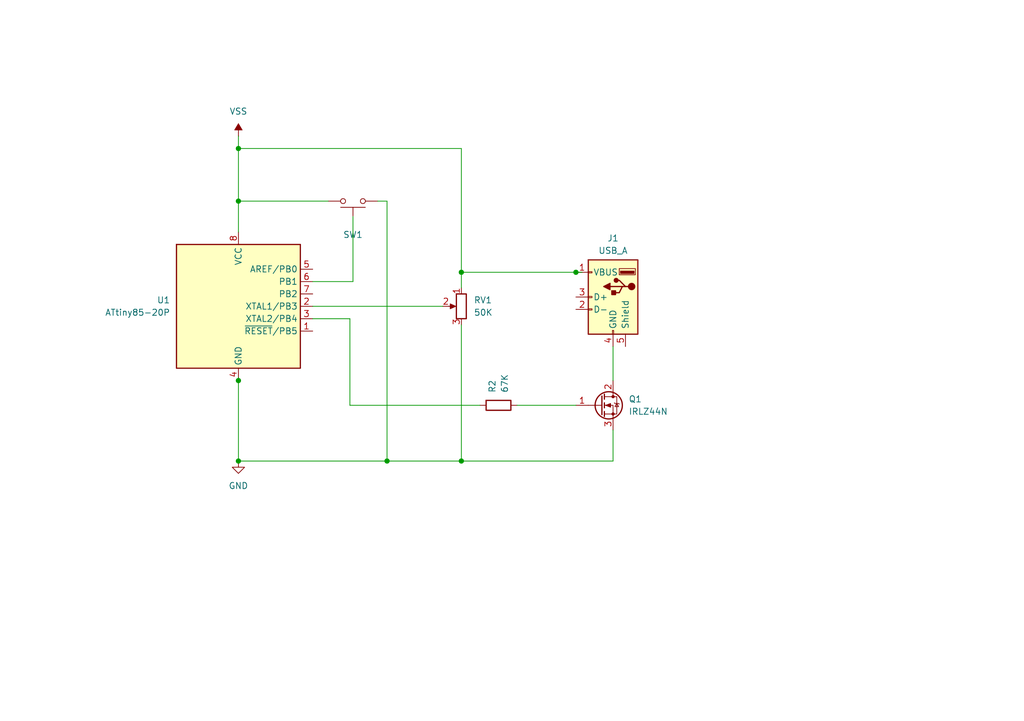
<source format=kicad_sch>
(kicad_sch (version 20231120) (generator "eeschema") (generator_version "8.0")
  (paper "A5")
  (title_block (title "Twinkling Tree") (date "2025-03-26") (rev "1"))
  (lib_symbols
    (symbol "Connector:USB_A" (pin_names (offset 1.016))
      (property "Reference" "J" (at -5.08 11.43 0))
      (property "Value" "USB_A" (at -5.08 8.89 0))
      (symbol "USB_A_0_1"
        (rectangle (start -5.08 -7.62) (end 5.08 7.62) (stroke (width 0.254)) (fill (type background)))
        (circle (center -3.81 2.159) (radius 0.635) (stroke (width 0.254)) (fill (type outline)))
        (rectangle (start -1.524 4.826) (end -4.318 5.334) (fill (type outline)))
        (rectangle (start -1.27 4.572) (end -4.572 5.842))
        (circle (center -0.635 3.429) (radius 0.381) (stroke (width 0.254)) (fill (type outline)))
        (rectangle (start -0.127 -7.62) (end 0.127 -6.858))
        (polyline (pts (xy -3.175 2.159) (xy -2.54 2.159) (xy -1.27 3.429) (xy -0.635 3.429)) (stroke (width 0.254)))
        (polyline (pts (xy -2.54 2.159) (xy -1.905 2.159) (xy -1.27 0.889) (xy 0 0.889)) (stroke (width 0.254)))
        (polyline (pts (xy 0.635 2.794) (xy 0.635 1.524) (xy 1.905 2.159) (xy 0.635 2.794)) (stroke (width 0.254)) (fill (type outline)))
        (rectangle (start 0.254 1.27) (end -0.508 0.508) (stroke (width 0.254)) (fill (type outline)))
        (rectangle (start 5.08 -2.667) (end 4.318 -2.413))
        (rectangle (start 5.08 -0.127) (end 4.318 0.127))
        (rectangle (start 5.08 4.953) (end 4.318 5.207))
      )
      (symbol "USB_A_1_1"
        (polyline (pts (xy -1.905 2.159) (xy 0.635 2.159)) (stroke (width 0.254)))
        (pin power_in line (at 7.62 5.08 180) (length 2.54) (name "VBUS") (number "1"))
        (pin bidirectional line (at 7.62 -2.54 180) (length 2.54) (name "D-") (number "2"))
        (pin bidirectional line (at 7.62 0 180) (length 2.54) (name "D+") (number "3"))
        (pin power_in line (at 0 -10.16 90) (length 2.54) (name "GND") (number "4"))
        (pin passive line (at -2.54 -10.16 90) (length 2.54) (name "Shield") (number "5"))
      )
    )
    (symbol "Device:R" (pin_numbers hide) (pin_names (offset 0))
      (property "Reference" "R" (at 2.032 0 90))
      (property "Value" "R" (at 0 0 90))
      (symbol "R_0_1"
        (rectangle (start -1.016 -2.54) (end 1.016 2.54) (stroke (width 0.254)))
      )
      (symbol "R_1_1"
        (pin passive line (at 0 3.81 270) (length 1.27) (name "~") (number "1"))
        (pin passive line (at 0 -3.81 90) (length 1.27) (name "~") (number "2"))
      )
    )
    (symbol "Device:R_Potentiometer" (pin_names (offset 1.016) hide)
      (property "Reference" "RV" (at -4.445 0 90))
      (property "Value" "R_Potentiometer" (at -2.54 0 90))
      (symbol "R_Potentiometer_0_1"
        (polyline (pts (xy 2.54 0) (xy 1.524 0)))
        (polyline (pts (xy 1.143 0) (xy 2.286 0.508) (xy 2.286 -0.508) (xy 1.143 0)) (fill (type outline)))
        (rectangle (start 1.016 2.54) (end -1.016 -2.54) (stroke (width 0.254)))
      )
      (symbol "R_Potentiometer_1_1"
        (pin passive line (at 0 3.81 270) (length 1.27) (name "1") (number "1"))
        (pin passive line (at 3.81 0 180) (length 1.27) (name "2") (number "2"))
        (pin passive line (at 0 -3.81 90) (length 1.27) (name "3") (number "3"))
      )
    )
    (symbol "MCU_Microchip_ATtiny:ATtiny85-20P"
      (property "Reference" "U" (at -12.7 13.97 0))
      (property "Value" "ATtiny85-20P" (at 2.54 -13.97 0))
      (symbol "ATtiny85-20P_0_1"
        (rectangle (start -12.7 -12.7) (end 12.7 12.7) (stroke (width 0.254)) (fill (type background)))
      )
      (symbol "ATtiny85-20P_1_1"
        (pin bidirectional line (at 15.24 -5.08 180) (length 2.54) (name "~{RESET}/PB5") (number "1"))
        (pin bidirectional line (at 15.24 0 180) (length 2.54) (name "XTAL1/PB3") (number "2"))
        (pin bidirectional line (at 15.24 -2.54 180) (length 2.54) (name "XTAL2/PB4") (number "3"))
        (pin power_in line (at 0 -15.24 90) (length 2.54) (name "GND") (number "4"))
        (pin bidirectional line (at 15.24 7.62 180) (length 2.54) (name "AREF/PB0") (number "5"))
        (pin bidirectional line (at 15.24 5.08 180) (length 2.54) (name "PB1") (number "6"))
        (pin bidirectional line (at 15.24 2.54 180) (length 2.54) (name "PB2") (number "7"))
        (pin power_in line (at 0 15.24 270) (length 2.54) (name "VCC") (number "8"))
      )
    )
    (symbol "Switch:SW_Push" (pin_numbers hide) (pin_names (offset 1.016) hide)
      (property "Reference" "SW" (at 1.27 2.54 0))
      (property "Value" "SW_Push" (at 0 -1.524 0))
      (symbol "SW_Push_0_1"
        (circle (center -2.032 0) (radius 0.508))
        (polyline (pts (xy 0 1.27) (xy 0 3.048)))
        (polyline (pts (xy 2.54 1.27) (xy -2.54 1.27)))
        (circle (center 2.032 0) (radius 0.508))
        (pin passive line (at -5.08 0 0) (length 2.54) (name "1") (number "1"))
        (pin passive line (at 5.08 0 180) (length 2.54) (name "2") (number "2"))
      )
    )
    (symbol "Transistor_FET:IRLZ44N" (pin_names hide)
      (property "Reference" "Q" (at 5.08 1.905 0))
      (property "Value" "IRLZ44N" (at 5.08 0 0))
      (symbol "IRLZ44N_0_1"
        (polyline (pts (xy 0.254 0) (xy -2.54 0)))
        (polyline (pts (xy 0.254 1.905) (xy 0.254 -1.905)) (stroke (width 0.254)))
        (polyline (pts (xy 0.762 -1.27) (xy 0.762 -2.286)) (stroke (width 0.254)))
        (polyline (pts (xy 0.762 0.508) (xy 0.762 -0.508)) (stroke (width 0.254)))
        (polyline (pts (xy 0.762 2.286) (xy 0.762 1.27)) (stroke (width 0.254)))
        (polyline (pts (xy 2.54 2.54) (xy 2.54 1.778)))
        (polyline (pts (xy 2.54 -2.54) (xy 2.54 0) (xy 0.762 0)))
        (polyline (pts (xy 0.762 -1.778) (xy 3.302 -1.778) (xy 3.302 1.778) (xy 0.762 1.778)))
        (polyline (pts (xy 1.016 0) (xy 2.032 0.381) (xy 2.032 -0.381) (xy 1.016 0)) (fill (type outline)))
        (polyline (pts (xy 2.794 0.508) (xy 2.921 0.381) (xy 3.683 0.381) (xy 3.81 0.254)))
        (polyline (pts (xy 3.302 0.381) (xy 2.921 -0.254) (xy 3.683 -0.254) (xy 3.302 0.381)))
        (circle (center 1.651 0) (radius 2.794) (stroke (width 0.254)))
        (circle (center 2.54 -1.778) (radius 0.254) (fill (type outline)))
        (circle (center 2.54 1.778) (radius 0.254) (fill (type outline)))
      )
      (symbol "IRLZ44N_1_1"
        (pin input line (at -5.08 0 0) (length 2.54) (name "G") (number "1"))
        (pin passive line (at 2.54 5.08 270) (length 2.54) (name "D") (number "2"))
        (pin passive line (at 2.54 -5.08 90) (length 2.54) (name "S") (number "3"))
      )
    )
    (symbol "power:GND" (power) (pin_numbers hide) (pin_names (offset 0) hide)
      (property "Value" "GND" (at 0 -3.81 0))
      (symbol "GND_0_1"
        (polyline (pts (xy 0 0) (xy 0 -1.27) (xy 1.27 -1.27) (xy 0 -2.54) (xy -1.27 -1.27) (xy 0 -1.27)))
      )
      (symbol "GND_1_1"
        (pin power_in line (at 0 0 270) (length 0) (name "~") (number "1"))
      )
    )
    (symbol "power:VSS" (power) (pin_numbers hide) (pin_names (offset 0) hide)
      (property "Value" "VSS" (at 0 3.556 0))
      (symbol "VSS_0_1"
        (polyline (pts (xy 0 0) (xy 0 2.54)))
        (polyline (pts (xy 0.762 1.27) (xy -0.762 1.27) (xy 0 2.54) (xy 0.762 1.27)) (fill (type outline)))
      )
      (symbol "VSS_1_1"
        (pin power_in line (at 0 0 90) (length 0) (name "~") (number "1"))
      )
    )
  )
  (junction (at 48.895 94.615))
  (junction (at 48.895 30.48))
  (junction (at 48.895 78.105))
  (junction (at 48.895 41.275))
  (junction (at 94.615 94.615))
  (junction (at 79.375 94.615))
  (junction (at 118.11 55.88))
  (junction (at 94.615 55.88))
  (wire (pts (xy 48.895 41.275) (xy 67.31 41.275)))
  (wire (pts (xy 79.375 94.615) (xy 94.615 94.615)))
  (wire (pts (xy 125.73 94.615) (xy 125.73 88.265)))
  (wire (pts (xy 48.895 77.47) (xy 48.895 78.105)))
  (wire (pts (xy 72.39 44.45) (xy 72.39 57.785)))
  (wire (pts (xy 94.615 30.48) (xy 94.615 55.88)))
  (wire (pts (xy 48.895 27.94) (xy 48.895 30.48)))
  (wire (pts (xy 79.375 41.275) (xy 77.47 41.275)))
  (wire (pts (xy 94.615 66.675) (xy 94.615 94.615)))
  (wire (pts (xy 71.755 83.185) (xy 71.755 65.405)))
  (wire (pts (xy 48.895 78.105) (xy 48.895 94.615)))
  (wire (pts (xy 48.895 94.615) (xy 79.375 94.615)))
  (wire (pts (xy 94.615 55.88) (xy 118.11 55.88)))
  (wire (pts (xy 94.615 59.055) (xy 94.615 55.88)))
  (wire (pts (xy 48.895 30.48) (xy 94.615 30.48)))
  (wire (pts (xy 106.045 83.185) (xy 118.11 83.185)))
  (wire (pts (xy 79.375 94.615) (xy 79.375 41.275)))
  (wire (pts (xy 119.38 55.88) (xy 118.11 55.88)))
  (wire (pts (xy 71.755 83.185) (xy 98.425 83.185)))
  (wire (pts (xy 48.895 30.48) (xy 48.895 41.275)))
  (wire (pts (xy 71.755 65.405) (xy 64.135 65.405)))
  (wire (pts (xy 72.39 57.785) (xy 64.135 57.785)))
  (wire (pts (xy 125.73 71.12) (xy 125.73 78.105)))
  (wire (pts (xy 64.135 62.865) (xy 90.805 62.865)))
  (wire (pts (xy 125.73 94.615) (xy 94.615 94.615)))
  (wire (pts (xy 48.895 41.275) (xy 48.895 47.625)))
  (symbol (lib_id "Transistor_FET:IRLZ44N") (at 123.19 83.185 0) (unit 1)
    (property "Reference" "Q1" (at 128.905 81.9149 0) (effects (justify left)))
    (property "Value" "IRLZ44N" (at 128.905 84.4549 0) (effects (justify left)))
    (property "Footprint" "Package_TO_SOT_THT:TO-220-3_Vertical" (effects (hide yes)))
    (property "Datasheet" "http://www.irf.com/product-info/datasheets/data/irlz44n.pdf" (effects (hide yes)))
    (property "Description" "47A Id, 55V Vds, 22mOhm Rds Single N-Channel HEXFET Power MOSFET, TO-220AB" (effects (hide yes)))
  )
  (symbol (lib_id "Switch:SW_Push") (at 72.39 41.275 180) (unit 1)
    (property "Reference" "SW1" (at 72.39 48.895 0) (effects (justify top)))
    (property "Description" "Push button switch, generic, two pins" (effects (hide yes)))
  )
  (symbol (lib_id "power:VSS") (at 48.895 27.94 0) (unit 1)
    (property "Reference" "#PWR01" (effects (hide yes)))
    (property "Value" "VSS" (at 48.895 22.86 0))
    (property "Description" "Power symbol creates a global label with name \"VSS\"" (effects (hide yes)))
  )
  (symbol (lib_id "Device:R_Potentiometer") (at 94.615 62.865 0) (mirror y) (unit 1)
    (property "Reference" "RV1" (at 97.155 61.5949 0) (effects (justify right)))
    (property "Value" "50K" (at 97.155 64.1349 0) (effects (justify right)))
    (property "Description" "Potentiometer" (effects (hide yes)))
  )
  (symbol (lib_id "Device:R") (at 102.235 83.185 90) (unit 1)
    (property "Reference" "R2" (at 100.9649 80.645 0) (effects (justify left)))
    (property "Value" "67K" (at 103.5049 80.645 0) (effects (justify left)))
    (property "Description" "Resistor" (effects (hide yes)))
  )
  (symbol (lib_id "power:GND") (at 48.895 94.615 0) (unit 1)
    (property "Reference" "#PWR02" (effects (hide yes)))
    (property "Value" "GND" (at 48.895 99.695 0))
    (property "Description" "Power symbol creates a global label with name \"GND\" , ground" (effects (hide yes)))
  )
  (symbol (lib_id "MCU_Microchip_ATtiny:ATtiny85-20P") (at 48.895 62.865 0) (unit 1)
    (property "Reference" "U1" (at 34.925 61.5949 0) (effects (justify right)))
    (property "Value" "ATtiny85-20P" (at 34.925 64.1349 0) (effects (justify right)))
    (property "Footprint" "Package_DIP:DIP-8_W7.62mm" (effects (hide yes)))
    (property "Datasheet" "http://ww1.microchip.com/downloads/en/DeviceDoc/atmel-2586-avr-8-bit-microcontroller-attiny25-attiny45-attiny85_datasheet.pdf" (effects (hide yes)))
    (property "Description" "20MHz, 8kB Flash, 512B SRAM, 512B EEPROM, debugWIRE, DIP-8" (effects (hide yes)))
  )
  (symbol (lib_id "Connector:USB_A") (at 125.73 60.96 0) (mirror y) (unit 1)
    (property "Reference" "J1" (at 125.73 48.895 0))
    (property "Value" "USB_A" (at 125.73 51.435 0))
    (property "Datasheet" " ~" (effects (hide yes)))
    (property "Description" "USB Type A connector" (effects (hide yes)))
  )
)
</source>
